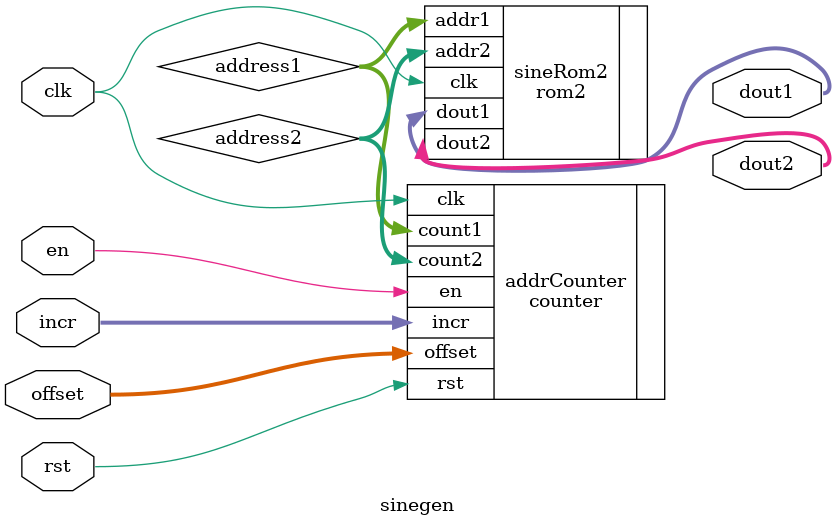
<source format=sv>
module sinegen #(
    parameter A_WIDTH = 8,
    parameter D_WIDTH = 8
)(
    //interface signals
    input logic clk,                    //clock
    input logic rst,                    //rest
    input logic en,                     //enable
    input logic [D_WIDTH-1:0] incr,     //increment for addr counter
    input logic [D_WIDTH-1:0] offset,   //offset for second addr
    output logic [D_WIDTH-1:0] dout1,    //output data1
    output logic [D_WIDTH-1:0] dout2     //output data2
);

    logic [A_WIDTH-1:0] address1;        //interconnect wire1
    logic [A_WIDTH-1:0] address2;        //interconnect wire2

counter addrCounter (
    .clk (clk),
    .rst (rst),
    .en (en),
    .incr (incr),
    .offset (offset),
    .count1 (address1),
    .count2 (address2)
);

rom2 sineRom2 (
    .clk (clk),
    .addr1 (address1),
    .addr2 (address2),
    .dout1 (dout1),
    .dout2 (dout2)
);

endmodule

</source>
